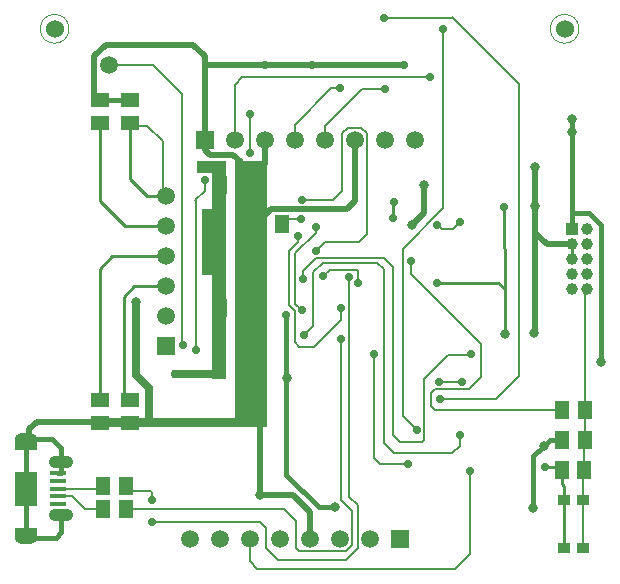
<source format=gtl>
G04*
G04 #@! TF.GenerationSoftware,Altium Limited,Altium Designer,19.1.8 (144)*
G04*
G04 Layer_Physical_Order=1*
G04 Layer_Color=255*
%FSLAX25Y25*%
%MOIN*%
G70*
G01*
G75*
%ADD11C,0.01000*%
%ADD15R,0.05315X0.01575*%
%ADD16R,0.07480X0.11417*%
%ADD17R,0.03937X0.03543*%
%ADD18R,0.05118X0.05906*%
%ADD19R,0.05906X0.05118*%
%ADD37C,0.00800*%
%ADD38C,0.02000*%
%ADD39C,0.03000*%
%ADD40C,0.02500*%
%ADD41C,0.01500*%
%ADD42R,0.04000X0.22000*%
%ADD43R,0.09700X0.04000*%
%ADD44R,0.04500X0.72500*%
%ADD45R,0.11000X0.88500*%
%ADD46C,0.00050*%
%ADD47O,0.07480X0.03740*%
%ADD48O,0.08268X0.04134*%
%ADD49C,0.05906*%
%ADD50R,0.05906X0.05906*%
%ADD51R,0.05906X0.05906*%
%ADD52C,0.03875*%
%ADD53R,0.03875X0.03875*%
%ADD54C,0.06000*%
%ADD55C,0.03280*%
%ADD56C,0.03000*%
%ADD57C,0.02756*%
%ADD58C,0.03200*%
G36*
X1728Y15345D02*
Y18788D01*
X9209D01*
Y15345D01*
X1728D01*
D02*
G37*
G36*
X1726Y44774D02*
Y48228D01*
X9209D01*
Y44774D01*
X1726D01*
D02*
G37*
D11*
X184850Y11954D02*
Y28096D01*
X127900Y121825D02*
Y127125D01*
X183800Y38225D02*
X184000Y38025D01*
X178600Y39025D02*
X181825D01*
X38100Y63165D02*
X40000Y61265D01*
X38100Y95625D02*
X41634Y99159D01*
X38100Y63165D02*
Y95625D01*
X164900Y125625D02*
X165000Y98225D01*
Y83625D02*
Y98225D01*
X162800Y100425D02*
X165000Y98225D01*
X142600Y100425D02*
X162800D01*
X184000Y33450D02*
Y38025D01*
Y33450D02*
X184850Y32600D01*
Y28096D02*
Y32600D01*
X187461Y108194D02*
Y113194D01*
X41447Y152732D02*
X42500Y153785D01*
X51142Y130025D02*
X52008Y129159D01*
X40000Y135025D02*
X45866Y129159D01*
X38366Y119159D02*
X52008D01*
X30000Y127525D02*
X38366Y119159D01*
X30000Y127525D02*
Y153785D01*
X34134Y109159D02*
X52008D01*
X30000Y105025D02*
X34134Y109159D01*
X30000Y61265D02*
Y105025D01*
X40000Y135025D02*
Y152525D01*
X30000Y60025D02*
Y61265D01*
X41634Y99159D02*
X52008D01*
X45866Y129159D02*
X52008D01*
D15*
X16000Y36900D02*
D03*
Y34341D02*
D03*
Y31782D02*
D03*
Y29223D02*
D03*
Y26664D02*
D03*
D16*
X5469Y31782D02*
D03*
D17*
X184850Y28096D02*
D03*
X191150D02*
D03*
X184850Y11954D02*
D03*
X191150D02*
D03*
D18*
X90740Y120025D02*
D03*
X83260D02*
D03*
X77740Y92025D02*
D03*
X70260D02*
D03*
X77740Y133025D02*
D03*
X70260D02*
D03*
X191740Y58025D02*
D03*
X184260D02*
D03*
X38740Y25000D02*
D03*
X31260D02*
D03*
X38740Y32500D02*
D03*
X31260D02*
D03*
X191740Y48025D02*
D03*
X184260D02*
D03*
X184000Y38025D02*
D03*
X191480D02*
D03*
D19*
X40000Y161265D02*
D03*
Y153785D02*
D03*
X30000Y161265D02*
D03*
Y153785D02*
D03*
X40000Y53785D02*
D03*
Y61265D02*
D03*
X30000Y53785D02*
D03*
Y61265D02*
D03*
D37*
X47500Y20592D02*
X83408D01*
X85500Y18500D01*
Y12000D02*
Y18500D01*
X80133Y142758D02*
Y156658D01*
X148500Y5000D02*
X153500Y10000D01*
Y37500D01*
X46958Y31025D02*
X47500Y30483D01*
Y28000D02*
Y30483D01*
X40215Y31025D02*
X46958D01*
X38740Y25000D02*
X91500D01*
X191150Y11954D02*
Y28096D01*
X191740Y58025D02*
Y98194D01*
X191150Y28096D02*
Y34931D01*
X93000Y111025D02*
X96000Y114025D01*
Y116025D01*
X90740Y120025D02*
X92240Y121525D01*
X97000D01*
Y121294D02*
Y121525D01*
X96627Y79125D02*
X101525D01*
X95000Y80752D02*
X96627Y79125D01*
X95000Y80752D02*
Y91100D01*
X101525Y79125D02*
X110500Y88100D01*
Y92025D01*
X113200Y29125D02*
Y102225D01*
X113110Y102315D02*
X113200Y102225D01*
X106700Y104725D02*
X115731D01*
X104500Y102525D02*
X106700Y104725D01*
X105000Y152525D02*
X117500Y165025D01*
X105000Y148017D02*
Y152525D01*
X117500Y165025D02*
X125000D01*
X57400Y79010D02*
Y163325D01*
X62000Y78025D02*
Y127825D01*
X61900Y127925D02*
X62000Y127825D01*
X61900Y127925D02*
X65000Y131025D01*
Y134525D01*
X110400Y28025D02*
X114000Y24425D01*
Y12847D02*
Y24425D01*
X112053Y10900D02*
X114000Y12847D01*
X116000Y11825D02*
Y26325D01*
X112200Y8025D02*
X116000Y11825D01*
X113200Y29125D02*
X116000Y26325D01*
X89475Y8025D02*
X112200D01*
X85500Y12000D02*
X89475Y8025D01*
X38740Y32500D02*
X40215Y31025D01*
X95300Y110325D02*
X102000Y117025D01*
Y119025D01*
X93000Y93100D02*
Y111025D01*
Y93100D02*
X95000Y91100D01*
X95300Y93400D02*
Y110325D01*
X119000Y116500D02*
Y150400D01*
X116625Y114125D02*
X119000Y116500D01*
X105141Y114125D02*
X116625D01*
X102125Y108625D02*
X124875D01*
X97700Y104200D02*
X102125Y108625D01*
X97700Y101700D02*
Y104200D01*
X124700Y46800D02*
Y104800D01*
X122375Y107125D02*
X124700Y104800D01*
X104469Y107125D02*
X122375D01*
X127800Y49700D02*
Y105700D01*
X124875Y108625D02*
X127800Y105700D01*
X130175Y47325D02*
X137500D01*
X127800Y49700D02*
X130175Y47325D01*
X128000Y43500D02*
X147575D01*
X124700Y46800D02*
X128000Y43500D01*
X123475Y40025D02*
X132900D01*
X121600Y41900D02*
X123475Y40025D01*
X121600Y41900D02*
Y76700D01*
X169700Y69200D02*
X169700Y166725D01*
X162025Y61525D02*
X169700Y69200D01*
X143500Y61525D02*
X162025D01*
X191480Y38025D02*
Y47790D01*
X82500Y5000D02*
X148500D01*
X80000Y7500D02*
X82500Y5000D01*
X80000Y7500D02*
Y15025D01*
X91500Y25000D02*
X95500Y21000D01*
Y12000D02*
Y21000D01*
Y12000D02*
X96600Y10900D01*
X112053D01*
X25000Y25000D02*
X31260D01*
X20777Y29223D02*
X25000Y25000D01*
X16000Y29223D02*
X20777D01*
X30542Y31782D02*
X31260Y32500D01*
X16000Y31782D02*
X30542D01*
X57700Y78710D02*
Y79543D01*
X57400Y79010D02*
X57700Y78710D01*
X47700Y173025D02*
X57400Y163325D01*
X115731Y104725D02*
X116200Y104256D01*
Y100325D02*
Y104256D01*
X101200Y103856D02*
X104469Y107125D01*
X110400Y28025D02*
Y81525D01*
X101200Y86100D02*
Y103856D01*
X98050Y82950D02*
X101200Y86100D01*
X147950Y118325D02*
X150175Y120550D01*
X144111Y118325D02*
X147950D01*
X142790Y119646D02*
X144111Y118325D01*
X141775Y64800D02*
X153175D01*
X140600Y63625D02*
X141775Y64800D01*
X140600Y59225D02*
Y63625D01*
X141800Y58025D02*
X184260D01*
X140600Y59225D02*
X141800Y58025D01*
X138200Y68325D02*
X146300Y76425D01*
X138200Y48025D02*
Y68325D01*
X137500Y47325D02*
X138200Y48025D01*
X102017Y111000D02*
X105141Y114125D01*
X153175Y64800D02*
X157300Y68925D01*
X133900Y103200D02*
X157300Y79800D01*
Y68925D02*
Y79800D01*
X80100Y142792D02*
Y143625D01*
Y142792D02*
X80133Y142758D01*
Y156658D02*
X80200Y156725D01*
X80133Y156792D02*
X80200Y156725D01*
X142500Y119646D02*
X142790D01*
X131000Y111625D02*
X144600Y125225D01*
X131000Y56100D02*
Y111625D01*
X33000Y173025D02*
X47700D01*
X153525Y76425D02*
X153700Y76600D01*
X146300Y76425D02*
X153525D01*
X144600Y125225D02*
Y185025D01*
X77575Y169000D02*
X140000D01*
X75000Y166425D02*
X77575Y169000D01*
X124800Y188725D02*
X147550D01*
X147625Y188800D01*
X191480Y47790D02*
X191740Y48025D01*
X165000Y83625D02*
X165200Y83425D01*
X147625Y188800D02*
X169700Y166725D01*
X95000Y153125D02*
X107200Y165325D01*
X110200D01*
X131000Y56100D02*
X135800Y51300D01*
X95000Y148017D02*
Y153125D01*
X75000Y148017D02*
Y166425D01*
X150100Y46025D02*
Y49500D01*
X147575Y43500D02*
X150100Y46025D01*
X97400Y127900D02*
X107700D01*
X110900Y131100D01*
Y150300D01*
X112700Y152100D01*
X117300D01*
X119000Y150400D01*
X191740Y98194D02*
X192461D01*
X191740Y48025D02*
Y58025D01*
X51142Y130025D02*
Y147490D01*
X45900Y152732D02*
X51142Y147490D01*
X41447Y152732D02*
X45900D01*
X40000Y152525D02*
Y153785D01*
X133900Y103200D02*
Y107500D01*
X143200Y67400D02*
X150800D01*
X95300Y93400D02*
X97400Y91300D01*
D38*
X175100Y117194D02*
Y139025D01*
X85000Y173100D02*
X131575D01*
X84000Y118025D02*
Y121600D01*
X83000Y108525D02*
X83500Y108025D01*
X77000Y118025D02*
Y140500D01*
Y66025D02*
Y109525D01*
X83500Y29500D02*
Y108025D01*
X94525Y29500D02*
X100000Y24025D01*
X83500Y29500D02*
X94525D01*
X87300Y124900D02*
X112375D01*
X77000Y57600D02*
Y58525D01*
X76000Y57525D02*
X77000Y58525D01*
X65000Y148017D02*
Y173100D01*
Y144700D02*
Y148017D01*
X6460Y51460D02*
X9025Y54025D01*
X6460Y49211D02*
Y51460D01*
X9025Y54025D02*
X14000D01*
X27500D01*
X100000Y15025D02*
Y24025D01*
X83000Y108525D02*
X84000Y109525D01*
X115000Y127525D02*
Y148017D01*
X112375Y124900D02*
X115000Y127525D01*
X84000Y121600D02*
X87300Y124900D01*
X175100Y83825D02*
Y117194D01*
X174900Y83625D02*
X175100Y83825D01*
Y117194D02*
X175200Y117094D01*
X179100Y113194D01*
X187461D01*
X65000Y173100D02*
X85000D01*
X134100Y119625D02*
X138000Y123525D01*
Y133025D01*
X28760Y161265D02*
X30000D01*
X28200Y161825D02*
X28760Y161265D01*
X28200Y161825D02*
Y175800D01*
X65000Y173100D02*
Y176000D01*
X84000Y109525D02*
Y114025D01*
X77000Y109525D02*
Y114025D01*
X61300Y179700D02*
X65000Y176000D01*
X32100Y179700D02*
X61300D01*
X28200Y175800D02*
X32100Y179700D01*
X65000Y144700D02*
X66700Y143000D01*
X74500D01*
X77000Y140500D01*
X85000Y147025D02*
Y148017D01*
Y140025D02*
Y147025D01*
D39*
X31000Y54025D02*
X75000D01*
D40*
X46500Y54000D02*
Y65197D01*
X42000Y69697D02*
Y94025D01*
Y69697D02*
X46500Y65197D01*
X55000Y70025D02*
X68500D01*
D41*
X92300Y36225D02*
Y89600D01*
X17279Y36937D02*
Y40542D01*
X17242Y36900D02*
X17279Y36937D01*
X16000Y36900D02*
X17242D01*
X5469Y48219D02*
X14281D01*
X17279Y45221D01*
Y40542D02*
Y45221D01*
X15345Y15345D02*
X17279Y17279D01*
Y23022D01*
X5469Y15345D02*
X15345D01*
X5469D02*
Y31782D01*
Y48219D01*
X6460Y49211D01*
X187461Y118194D02*
X187500Y118234D01*
Y150625D01*
X187700Y123525D02*
X193175D01*
X127900Y127125D02*
X128000Y127225D01*
X103000Y25525D02*
X108500D01*
X92300Y36225D02*
X103000Y25525D01*
X66500Y122525D02*
X69500D01*
X178000Y46025D02*
X180000Y48025D01*
X174500Y42525D02*
X178000Y46025D01*
X187461Y150664D02*
X187500Y150625D01*
X187461Y155000D02*
X187575Y155115D01*
X187461Y150664D02*
Y155000D01*
X174500Y25425D02*
Y42525D01*
X193175Y123525D02*
X197000Y119700D01*
X180000Y48025D02*
X184260D01*
X197000Y74025D02*
Y119700D01*
X30000Y161265D02*
X40000D01*
D42*
X66000Y114025D02*
D03*
D43*
X67150Y139025D02*
D03*
D44*
X69750Y104775D02*
D03*
D45*
X80500Y96775D02*
D03*
D46*
X189800Y185025D02*
G03*
X189800Y185025I-4800J0D01*
G01*
D02*
G03*
X189800Y185025I-4800J0D01*
G01*
X19800D02*
G03*
X19800Y185025I-4800J0D01*
G01*
D02*
G03*
X19800Y185025I-4800J0D01*
G01*
D47*
X5469Y15345D02*
D03*
Y48219D02*
D03*
D48*
X17279Y23022D02*
D03*
Y40542D02*
D03*
D49*
X52008Y129159D02*
D03*
Y119159D02*
D03*
Y109159D02*
D03*
Y99159D02*
D03*
Y89159D02*
D03*
X60000Y15025D02*
D03*
X70000D02*
D03*
X80000D02*
D03*
X90000D02*
D03*
X100000D02*
D03*
X110000D02*
D03*
X120000D02*
D03*
X33000Y173025D02*
D03*
X75000Y148017D02*
D03*
X85000D02*
D03*
X95000D02*
D03*
X105000D02*
D03*
X115000D02*
D03*
X125000D02*
D03*
X135000D02*
D03*
D50*
X52008Y79159D02*
D03*
D51*
X130000Y15025D02*
D03*
X65000Y148017D02*
D03*
D52*
X187461Y113194D02*
D03*
X192461Y98194D02*
D03*
X187461D02*
D03*
X192461Y103194D02*
D03*
X187461D02*
D03*
X192461Y108194D02*
D03*
X187461D02*
D03*
X192461Y113194D02*
D03*
Y118194D02*
D03*
D53*
X187461D02*
D03*
D54*
X15000Y185025D02*
D03*
X185000D02*
D03*
D55*
X83500Y29500D02*
D03*
D56*
X69500Y77025D02*
D03*
X55000Y70025D02*
D03*
X66500Y122525D02*
D03*
Y105025D02*
D03*
X80170Y83925D02*
D03*
X83400D02*
D03*
X76840Y84025D02*
D03*
X69700Y139125D02*
D03*
X65500Y139025D02*
D03*
X77000Y109525D02*
D03*
X84000D02*
D03*
X77000Y118025D02*
D03*
X84000Y114025D02*
D03*
X77000D02*
D03*
D57*
X153500Y37500D02*
D03*
X47500Y28000D02*
D03*
X96000Y116025D02*
D03*
X97000Y121525D02*
D03*
X110500Y92025D02*
D03*
X113200Y102225D02*
D03*
X104500Y102525D02*
D03*
X125000Y165025D02*
D03*
X62000Y78025D02*
D03*
X65000Y134525D02*
D03*
X102000Y119025D02*
D03*
X47500Y20592D02*
D03*
X57700Y79543D02*
D03*
X116200Y100325D02*
D03*
X110400Y81525D02*
D03*
X102017Y111000D02*
D03*
X80100Y143625D02*
D03*
X98050Y82950D02*
D03*
X127900Y121825D02*
D03*
X80200Y156725D02*
D03*
X142500Y119646D02*
D03*
X150175Y120550D02*
D03*
X143500Y61525D02*
D03*
X144600Y185025D02*
D03*
X140000Y169000D02*
D03*
X100800Y173125D02*
D03*
X124800Y188725D02*
D03*
X132900Y40025D02*
D03*
X178600Y39025D02*
D03*
X164900Y125625D02*
D03*
X142600Y100425D02*
D03*
X85000Y173100D02*
D03*
X131575D02*
D03*
X110200Y165325D02*
D03*
X128000Y127225D02*
D03*
X97400Y127900D02*
D03*
X92300Y89600D02*
D03*
X135800Y51300D02*
D03*
X133900Y107500D02*
D03*
X143200Y67400D02*
D03*
X150800D02*
D03*
X150100Y49500D02*
D03*
X97700Y101700D02*
D03*
X153700Y76600D02*
D03*
X121600Y76700D02*
D03*
X97400Y91300D02*
D03*
X82000Y97025D02*
D03*
D58*
X42000Y94025D02*
D03*
X92500Y68525D02*
D03*
X108500Y25525D02*
D03*
X175000Y126025D02*
D03*
X138000Y133025D02*
D03*
X134100Y119625D02*
D03*
X175100Y139025D02*
D03*
X197000Y74025D02*
D03*
X178000Y46025D02*
D03*
X174500Y25425D02*
D03*
X187575Y155115D02*
D03*
X187500Y150625D02*
D03*
X174900Y83625D02*
D03*
X165200Y83425D02*
D03*
M02*

</source>
